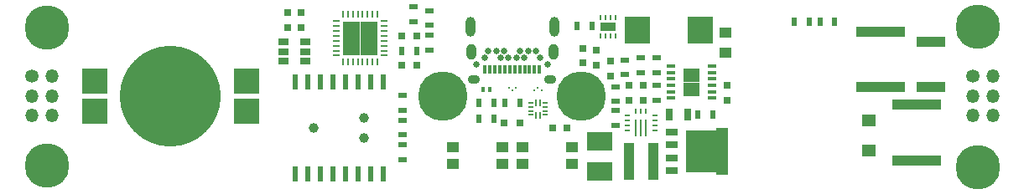
<source format=gbr>
G04 #@! TF.GenerationSoftware,KiCad,Pcbnew,(5.0.1)-rc2*
G04 #@! TF.CreationDate,2018-10-22T18:15:06-07:00*
G04 #@! TF.ProjectId,nixie_bottom_board,6E697869655F626F74746F6D5F626F61,rev?*
G04 #@! TF.SameCoordinates,Original*
G04 #@! TF.FileFunction,Soldermask,Top*
G04 #@! TF.FilePolarity,Negative*
%FSLAX46Y46*%
G04 Gerber Fmt 4.6, Leading zero omitted, Abs format (unit mm)*
G04 Created by KiCad (PCBNEW (5.0.1)-rc2) date 10/22/2018 6:15:06 PM*
%MOMM*%
%LPD*%
G01*
G04 APERTURE LIST*
%ADD10O,1.000000X1.600000*%
%ADD11R,0.300000X0.900000*%
%ADD12O,1.000000X2.000000*%
%ADD13O,0.650000X0.650000*%
%ADD14C,0.650000*%
%ADD15O,1.200000X0.900000*%
%ADD16R,0.500000X0.900000*%
%ADD17R,1.725000X1.725000*%
%ADD18R,0.250000X0.700000*%
%ADD19R,0.700000X0.250000*%
%ADD20R,1.000000X3.800000*%
%ADD21R,0.750000X0.800000*%
%ADD22C,10.200000*%
%ADD23R,2.500000X2.500000*%
%ADD24R,0.800000X0.800000*%
%ADD25R,0.800000X0.750000*%
%ADD26C,0.990600*%
%ADD27R,0.600000X1.500000*%
%ADD28C,1.350000*%
%ADD29O,1.350000X1.350000*%
%ADD30R,0.200000X0.700000*%
%ADD31R,0.500000X0.200000*%
%ADD32R,0.250000X1.800000*%
%ADD33R,0.600000X0.250000*%
%ADD34R,0.250000X0.600000*%
%ADD35R,1.300000X1.000000*%
%ADD36R,0.200000X0.200000*%
%ADD37R,0.300000X0.550000*%
%ADD38R,2.550000X2.700000*%
%ADD39R,2.500000X1.950000*%
%ADD40R,1.150000X0.700000*%
%ADD41R,3.300000X4.200000*%
%ADD42R,1.300000X4.700000*%
%ADD43R,1.250000X1.000000*%
%ADD44R,3.000000X1.000000*%
%ADD45R,5.000000X1.000000*%
%ADD46R,0.900000X0.500000*%
%ADD47C,0.800000*%
%ADD48C,4.500000*%
%ADD49C,5.000000*%
%ADD50R,0.700000X1.300000*%
%ADD51R,1.060000X0.650000*%
%ADD52R,0.825000X0.712500*%
%ADD53R,0.890000X0.420000*%
%ADD54R,1.400000X1.200000*%
%ADD55R,0.250000X0.500000*%
%ADD56R,1.600000X0.900000*%
G04 APERTURE END LIST*
D10*
G04 #@! TO.C,J1*
X154130000Y-95510000D03*
D11*
X152750000Y-97330000D03*
X152250000Y-97330000D03*
X151750000Y-97330000D03*
X151250000Y-97330000D03*
X150750000Y-97330000D03*
X150250000Y-97330000D03*
X149750000Y-97330000D03*
X147250000Y-97330000D03*
X148250000Y-97330000D03*
X148750000Y-97330000D03*
X149250000Y-97330000D03*
X147750000Y-97330000D03*
D10*
X145870000Y-95510000D03*
D12*
X145780000Y-92995000D03*
X154220000Y-92995000D03*
D13*
X146400000Y-96760000D03*
D14*
X153600000Y-96760000D03*
X147200000Y-96110000D03*
X148800000Y-96110000D03*
X149600000Y-96110000D03*
X150400000Y-96110000D03*
X151200000Y-96110000D03*
X152800000Y-96110000D03*
X147600000Y-95410000D03*
X148400000Y-95410000D03*
X149200000Y-95410000D03*
X150800000Y-95410000D03*
X151600000Y-95410000D03*
X152400000Y-95410000D03*
D15*
X153845000Y-98310000D03*
X146155000Y-98310000D03*
G04 #@! TD*
D16*
G04 #@! TO.C,R20*
X182550000Y-92500000D03*
X181050000Y-92500000D03*
G04 #@! TD*
G04 #@! TO.C,R21*
X179950000Y-92500000D03*
X178450000Y-92500000D03*
G04 #@! TD*
D17*
G04 #@! TO.C,U2*
X135512500Y-95012500D03*
X135512500Y-93287500D03*
X133787500Y-95012500D03*
X133787500Y-93287500D03*
D18*
X136400000Y-96550000D03*
X135900000Y-96550000D03*
X135400000Y-96550000D03*
X134900000Y-96550000D03*
X134400000Y-96550000D03*
X133900000Y-96550000D03*
X133400000Y-96550000D03*
X132900000Y-96550000D03*
D19*
X132250000Y-95900000D03*
X132250000Y-95400000D03*
X132250000Y-94900000D03*
X132250000Y-94400000D03*
X132250000Y-93900000D03*
X132250000Y-93400000D03*
X132250000Y-92900000D03*
X132250000Y-92400000D03*
D18*
X132900000Y-91750000D03*
X133400000Y-91750000D03*
X133900000Y-91750000D03*
X134400000Y-91750000D03*
X134900000Y-91750000D03*
X135400000Y-91750000D03*
X135900000Y-91750000D03*
X136400000Y-91750000D03*
D19*
X137050000Y-92400000D03*
X137050000Y-92900000D03*
X137050000Y-93400000D03*
X137050000Y-93900000D03*
X137050000Y-94400000D03*
X137050000Y-94900000D03*
X137050000Y-95400000D03*
X137050000Y-95900000D03*
G04 #@! TD*
D20*
G04 #@! TO.C,L1*
X164200000Y-106600000D03*
X161800000Y-106600000D03*
G04 #@! TD*
D21*
G04 #@! TO.C,C17*
X157100000Y-95150000D03*
X157100000Y-96650000D03*
G04 #@! TD*
D22*
G04 #@! TO.C,BT1*
X115500000Y-100000000D03*
D23*
X107850000Y-101550000D03*
X107850000Y-98450000D03*
X123150000Y-101550000D03*
X123150000Y-98450000D03*
G04 #@! TD*
D24*
G04 #@! TO.C,D5*
X150800000Y-102700000D03*
X149200000Y-102700000D03*
G04 #@! TD*
D16*
G04 #@! TO.C,R13*
X148150000Y-102300000D03*
X146650000Y-102300000D03*
G04 #@! TD*
D25*
G04 #@! TO.C,C12*
X138850000Y-96900000D03*
X140350000Y-96900000D03*
G04 #@! TD*
G04 #@! TO.C,C13*
X140350000Y-93900000D03*
X138850000Y-93900000D03*
G04 #@! TD*
D26*
G04 #@! TO.C,J2*
X135040000Y-102184000D03*
X135040000Y-104216000D03*
X129960000Y-103200000D03*
G04 #@! TD*
D27*
G04 #@! TO.C,U4*
X136945000Y-98550000D03*
X135675000Y-98550000D03*
X134405000Y-98550000D03*
X133135000Y-98550000D03*
X131865000Y-98550000D03*
X130595000Y-98550000D03*
X129325000Y-98550000D03*
X128055000Y-98550000D03*
X128055000Y-107850000D03*
X129325000Y-107850000D03*
X130595000Y-107850000D03*
X131865000Y-107850000D03*
X133135000Y-107850000D03*
X134405000Y-107850000D03*
X135675000Y-107850000D03*
X136945000Y-107850000D03*
G04 #@! TD*
D16*
G04 #@! TO.C,R1*
X149250000Y-100700000D03*
X150750000Y-100700000D03*
G04 #@! TD*
D28*
G04 #@! TO.C,J4*
X101500000Y-98000000D03*
D29*
X103500000Y-98000000D03*
X101500000Y-100000000D03*
X103500000Y-100000000D03*
X101500000Y-102000000D03*
X103500000Y-102000000D03*
G04 #@! TD*
D28*
G04 #@! TO.C,J3*
X196500000Y-98000000D03*
D29*
X198500000Y-98000000D03*
X196500000Y-100000000D03*
X198500000Y-100000000D03*
X196500000Y-102000000D03*
X198500000Y-102000000D03*
G04 #@! TD*
D30*
G04 #@! TO.C,U1*
X152800000Y-100650000D03*
X152400000Y-100650000D03*
D31*
X151850000Y-100700000D03*
X151850000Y-101100000D03*
X151850000Y-101500000D03*
X151850000Y-101900000D03*
D30*
X152400000Y-101950000D03*
X152800000Y-101950000D03*
D31*
X153350000Y-101900000D03*
X153350000Y-101500000D03*
X153350000Y-101100000D03*
X153350000Y-100700000D03*
G04 #@! TD*
D32*
G04 #@! TO.C,U3*
X162500000Y-103250000D03*
X163000000Y-103250000D03*
X163500000Y-103250000D03*
D33*
X164400000Y-103450000D03*
X164400000Y-102950000D03*
X164400000Y-102450000D03*
X164400000Y-101950000D03*
D34*
X163500000Y-101550000D03*
X163000000Y-101550000D03*
X162500000Y-101550000D03*
D33*
X161600000Y-101950000D03*
X161600000Y-102450000D03*
X161600000Y-102950000D03*
X161600000Y-103450000D03*
G04 #@! TD*
D35*
G04 #@! TO.C,SW1*
X149000000Y-106850000D03*
X149000000Y-105150000D03*
X144000000Y-105140000D03*
X144000000Y-106850000D03*
G04 #@! TD*
G04 #@! TO.C,SW2*
X156000000Y-106850000D03*
X156000000Y-105150000D03*
X151000000Y-105140000D03*
X151000000Y-106850000D03*
G04 #@! TD*
D36*
G04 #@! TO.C,D2*
X152940000Y-99450000D03*
X152260000Y-99450000D03*
X152600000Y-99150000D03*
G04 #@! TD*
G04 #@! TO.C,D3*
X149660000Y-99150000D03*
X150340000Y-99150000D03*
X150000000Y-99450000D03*
G04 #@! TD*
D37*
G04 #@! TO.C,D1*
X147050000Y-99300000D03*
X147750000Y-99300000D03*
G04 #@! TD*
D21*
G04 #@! TO.C,C16*
X127300000Y-91550000D03*
X127300000Y-93050000D03*
G04 #@! TD*
D16*
G04 #@! TO.C,R3*
X146650000Y-100700000D03*
X148150000Y-100700000D03*
G04 #@! TD*
D25*
G04 #@! TO.C,C3*
X163250000Y-100400000D03*
X161750000Y-100400000D03*
G04 #@! TD*
D38*
G04 #@! TO.C,C1*
X162650000Y-93300000D03*
X169000000Y-93300000D03*
G04 #@! TD*
D39*
G04 #@! TO.C,C11*
X158800000Y-104575000D03*
X158800000Y-107625000D03*
G04 #@! TD*
D40*
G04 #@! TO.C,Q1*
X166100000Y-107510000D03*
D41*
X169135000Y-105600000D03*
D42*
X171200000Y-105600000D03*
D40*
X166100000Y-106240000D03*
X166100000Y-103690000D03*
X166100000Y-104960000D03*
G04 #@! TD*
D21*
G04 #@! TO.C,C15*
X128700000Y-91550000D03*
X128700000Y-93050000D03*
G04 #@! TD*
D25*
G04 #@! TO.C,C14*
X155550000Y-103200000D03*
X154050000Y-103200000D03*
G04 #@! TD*
D21*
G04 #@! TO.C,C2*
X158500000Y-95350000D03*
X158500000Y-96850000D03*
G04 #@! TD*
D25*
G04 #@! TO.C,C6*
X163250000Y-98900000D03*
X161750000Y-98900000D03*
G04 #@! TD*
D43*
G04 #@! TO.C,C4*
X171500000Y-95600000D03*
X171500000Y-93600000D03*
G04 #@! TD*
D44*
G04 #@! TO.C,C9*
X192300000Y-99100000D03*
X192300000Y-94500000D03*
G04 #@! TD*
D45*
G04 #@! TO.C,C8*
X190800000Y-100900000D03*
X190800000Y-106500000D03*
G04 #@! TD*
D46*
G04 #@! TO.C,R19*
X138900000Y-101450000D03*
X138900000Y-99950000D03*
G04 #@! TD*
D16*
G04 #@! TO.C,R18*
X140350000Y-95400000D03*
X138850000Y-95400000D03*
G04 #@! TD*
D46*
G04 #@! TO.C,R17*
X160400000Y-99050000D03*
X160400000Y-100550000D03*
G04 #@! TD*
G04 #@! TO.C,R16*
X160400000Y-101450000D03*
X160400000Y-102950000D03*
G04 #@! TD*
D47*
G04 #@! TO.C,MH1*
X104237437Y-91862563D03*
X104750000Y-93100000D03*
X104237437Y-94337437D03*
X103000000Y-94850000D03*
X101762563Y-94337437D03*
X101250000Y-93100000D03*
X101762563Y-91862563D03*
X103000000Y-91350000D03*
D48*
X103000000Y-93100000D03*
G04 #@! TD*
G04 #@! TO.C,MH2*
X103000000Y-107000000D03*
D47*
X103000000Y-105250000D03*
X101762563Y-105762563D03*
X101250000Y-107000000D03*
X101762563Y-108237437D03*
X103000000Y-108750000D03*
X104237437Y-108237437D03*
X104750000Y-107000000D03*
X104237437Y-105762563D03*
G04 #@! TD*
G04 #@! TO.C,MH3*
X198237437Y-91762563D03*
X198750000Y-93000000D03*
X198237437Y-94237437D03*
X197000000Y-94750000D03*
X195762563Y-94237437D03*
X195250000Y-93000000D03*
X195762563Y-91762563D03*
X197000000Y-91250000D03*
D48*
X197000000Y-93000000D03*
G04 #@! TD*
G04 #@! TO.C,MH4*
X197000000Y-107200000D03*
D47*
X197000000Y-105450000D03*
X195762563Y-105962563D03*
X195250000Y-107200000D03*
X195762563Y-108437437D03*
X197000000Y-108950000D03*
X198237437Y-108437437D03*
X198750000Y-107200000D03*
X198237437Y-105962563D03*
G04 #@! TD*
D49*
G04 #@! TO.C,MH6*
X157000000Y-100000000D03*
D47*
X158875000Y-100000000D03*
X158325825Y-101325825D03*
X157000000Y-101875000D03*
X155674175Y-101325825D03*
X155125000Y-100000000D03*
X155674175Y-98674175D03*
X157000000Y-98125000D03*
X158325825Y-98674175D03*
G04 #@! TD*
G04 #@! TO.C,MH5*
X144325825Y-98674175D03*
X143000000Y-98125000D03*
X141674175Y-98674175D03*
X141125000Y-100000000D03*
X141674175Y-101325825D03*
X143000000Y-101875000D03*
X144325825Y-101325825D03*
X144875000Y-100000000D03*
D49*
X143000000Y-100000000D03*
G04 #@! TD*
D21*
G04 #@! TO.C,C5*
X159900000Y-96450000D03*
X159900000Y-97950000D03*
G04 #@! TD*
G04 #@! TO.C,C7*
X171700000Y-100450000D03*
X171700000Y-98950000D03*
G04 #@! TD*
D46*
G04 #@! TO.C,R9*
X163000000Y-96150000D03*
X163000000Y-97650000D03*
G04 #@! TD*
G04 #@! TO.C,R6*
X164600000Y-100450000D03*
X164600000Y-98950000D03*
G04 #@! TD*
G04 #@! TO.C,R7*
X161400000Y-96350000D03*
X161400000Y-97850000D03*
G04 #@! TD*
G04 #@! TO.C,R5*
X138900000Y-104950000D03*
X138900000Y-106450000D03*
G04 #@! TD*
G04 #@! TO.C,R2*
X141600000Y-95350000D03*
X141600000Y-93850000D03*
G04 #@! TD*
D16*
G04 #@! TO.C,R8*
X168750000Y-101900000D03*
X170250000Y-101900000D03*
G04 #@! TD*
D46*
G04 #@! TO.C,R10*
X164600000Y-97650000D03*
X164600000Y-96150000D03*
G04 #@! TD*
D45*
G04 #@! TO.C,C10*
X187200000Y-93500000D03*
X187200000Y-99100000D03*
G04 #@! TD*
D46*
G04 #@! TO.C,R4*
X138900000Y-103950000D03*
X138900000Y-102450000D03*
G04 #@! TD*
D50*
G04 #@! TO.C,R11*
X167750000Y-101900000D03*
X165850000Y-101900000D03*
G04 #@! TD*
D51*
G04 #@! TO.C,U5*
X126900000Y-94550000D03*
X126900000Y-95500000D03*
X126900000Y-96450000D03*
X129100000Y-96450000D03*
X129100000Y-94550000D03*
X129100000Y-95500000D03*
G04 #@! TD*
D52*
G04 #@! TO.C,U6*
X167687500Y-97531250D03*
X167687500Y-98243750D03*
X167687500Y-98956250D03*
X167687500Y-99668750D03*
X168512500Y-97531250D03*
X168512500Y-98243750D03*
X168512500Y-98956250D03*
X168512500Y-99668750D03*
D53*
X170205000Y-96975000D03*
X170205000Y-97625000D03*
X170205000Y-98275000D03*
X170205000Y-98925000D03*
X170205000Y-99575000D03*
X170205000Y-100225000D03*
X165995000Y-100225000D03*
X165995000Y-99575000D03*
X165995000Y-98925000D03*
X165995000Y-98275000D03*
X165995000Y-97625000D03*
X165995000Y-96975000D03*
G04 #@! TD*
D54*
G04 #@! TO.C,D4*
X186000000Y-105550000D03*
X186000000Y-102450000D03*
G04 #@! TD*
D46*
G04 #@! TO.C,R12*
X141600000Y-92850000D03*
X141600000Y-91350000D03*
G04 #@! TD*
D16*
G04 #@! TO.C,R14*
X156550000Y-92900000D03*
X158050000Y-92900000D03*
G04 #@! TD*
D46*
G04 #@! TO.C,R15*
X140000000Y-92450000D03*
X140000000Y-90950000D03*
G04 #@! TD*
D55*
G04 #@! TO.C,U7*
X159950000Y-92050000D03*
X160450000Y-92050000D03*
X160450000Y-93950000D03*
X159450000Y-93950000D03*
X158950000Y-93950000D03*
D56*
X159700000Y-93000000D03*
D55*
X158950000Y-92050000D03*
X159450000Y-92050000D03*
X159950000Y-93950000D03*
G04 #@! TD*
M02*

</source>
